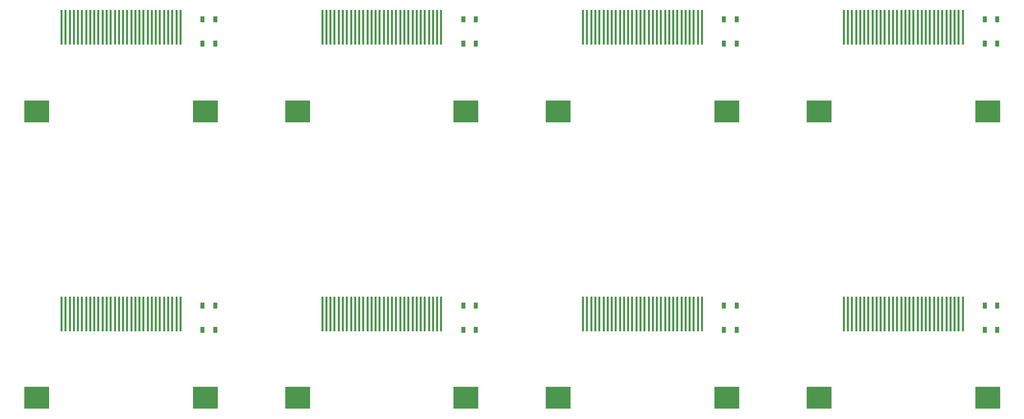
<source format=gbr>
%TF.GenerationSoftware,KiCad,Pcbnew,9.0.2*%
%TF.CreationDate,2025-05-28T15:12:05+01:00*%
%TF.ProjectId,Bongo-Cat-Fidget-Toy,426f6e67-6f2d-4436-9174-2d4669646765,rev?*%
%TF.SameCoordinates,Original*%
%TF.FileFunction,Paste,Bot*%
%TF.FilePolarity,Positive*%
%FSLAX46Y46*%
G04 Gerber Fmt 4.6, Leading zero omitted, Abs format (unit mm)*
G04 Created by KiCad (PCBNEW 9.0.2) date 2025-05-28 15:12:05*
%MOMM*%
%LPD*%
G01*
G04 APERTURE LIST*
G04 Aperture macros list*
%AMRoundRect*
0 Rectangle with rounded corners*
0 $1 Rounding radius*
0 $2 $3 $4 $5 $6 $7 $8 $9 X,Y pos of 4 corners*
0 Add a 4 corners polygon primitive as box body*
4,1,4,$2,$3,$4,$5,$6,$7,$8,$9,$2,$3,0*
0 Add four circle primitives for the rounded corners*
1,1,$1+$1,$2,$3*
1,1,$1+$1,$4,$5*
1,1,$1+$1,$6,$7*
1,1,$1+$1,$8,$9*
0 Add four rect primitives between the rounded corners*
20,1,$1+$1,$2,$3,$4,$5,0*
20,1,$1+$1,$4,$5,$6,$7,0*
20,1,$1+$1,$6,$7,$8,$9,0*
20,1,$1+$1,$8,$9,$2,$3,0*%
G04 Aperture macros list end*
%ADD10RoundRect,0.100000X0.100000X-2.900000X0.100000X2.900000X-0.100000X2.900000X-0.100000X-2.900000X0*%
%ADD11R,0.650000X1.050000*%
%ADD12R,4.200000X3.800000*%
G04 APERTURE END LIST*
D10*
%TO.C,J1*%
X225400000Y-84000500D03*
X224700000Y-84000500D03*
X224000000Y-84000500D03*
X223300000Y-84000500D03*
X222600000Y-84000500D03*
X221900000Y-84000500D03*
X221200000Y-84000500D03*
X220500000Y-84000500D03*
X219800000Y-84000500D03*
X219100000Y-84000500D03*
X218400000Y-84000500D03*
X217700000Y-84000500D03*
X217000000Y-84000500D03*
X216300000Y-84000500D03*
X215600000Y-84000500D03*
X214900000Y-84000500D03*
X214200000Y-84000500D03*
X213500000Y-84000500D03*
X212800000Y-84000500D03*
X212100000Y-84000500D03*
X211400000Y-84000500D03*
X210700000Y-84000500D03*
X210000000Y-84000500D03*
X209300000Y-84000500D03*
X208600000Y-84000500D03*
X207900000Y-84000500D03*
X207200000Y-84000500D03*
X206500000Y-84000500D03*
X205800000Y-84000500D03*
X205100000Y-84000500D03*
%TD*%
D11*
%TO.C,SW3*%
X231315000Y-86775349D03*
X231315000Y-82625349D03*
X229165000Y-86775349D03*
X229165000Y-82625349D03*
%TD*%
D12*
%TO.C,BT1*%
X200860000Y-98370500D03*
X229640000Y-98370500D03*
%TD*%
%TO.C,BT1*%
X111860000Y-98370500D03*
X140640000Y-98370500D03*
%TD*%
%TO.C,BT1*%
X111860000Y-49370500D03*
X140640000Y-49370500D03*
%TD*%
D10*
%TO.C,J1*%
X225400000Y-35000500D03*
X224700000Y-35000500D03*
X224000000Y-35000500D03*
X223300000Y-35000500D03*
X222600000Y-35000500D03*
X221900000Y-35000500D03*
X221200000Y-35000500D03*
X220500000Y-35000500D03*
X219800000Y-35000500D03*
X219100000Y-35000500D03*
X218400000Y-35000500D03*
X217700000Y-35000500D03*
X217000000Y-35000500D03*
X216300000Y-35000500D03*
X215600000Y-35000500D03*
X214900000Y-35000500D03*
X214200000Y-35000500D03*
X213500000Y-35000500D03*
X212800000Y-35000500D03*
X212100000Y-35000500D03*
X211400000Y-35000500D03*
X210700000Y-35000500D03*
X210000000Y-35000500D03*
X209300000Y-35000500D03*
X208600000Y-35000500D03*
X207900000Y-35000500D03*
X207200000Y-35000500D03*
X206500000Y-35000500D03*
X205800000Y-35000500D03*
X205100000Y-35000500D03*
%TD*%
%TO.C,J1*%
X91900000Y-35000500D03*
X91200000Y-35000500D03*
X90500000Y-35000500D03*
X89800000Y-35000500D03*
X89100000Y-35000500D03*
X88400000Y-35000500D03*
X87700000Y-35000500D03*
X87000000Y-35000500D03*
X86300000Y-35000500D03*
X85600000Y-35000500D03*
X84900000Y-35000500D03*
X84200000Y-35000500D03*
X83500000Y-35000500D03*
X82800000Y-35000500D03*
X82100000Y-35000500D03*
X81400000Y-35000500D03*
X80700000Y-35000500D03*
X80000000Y-35000500D03*
X79300000Y-35000500D03*
X78600000Y-35000500D03*
X77900000Y-35000500D03*
X77200000Y-35000500D03*
X76500000Y-35000500D03*
X75800000Y-35000500D03*
X75100000Y-35000500D03*
X74400000Y-35000500D03*
X73700000Y-35000500D03*
X73000000Y-35000500D03*
X72300000Y-35000500D03*
X71600000Y-35000500D03*
%TD*%
D11*
%TO.C,SW3*%
X97815000Y-86775349D03*
X97815000Y-82625349D03*
X95665000Y-86775349D03*
X95665000Y-82625349D03*
%TD*%
D12*
%TO.C,BT1*%
X200860000Y-49370500D03*
X229640000Y-49370500D03*
%TD*%
%TO.C,BT1*%
X67360000Y-49370500D03*
X96140000Y-49370500D03*
%TD*%
D10*
%TO.C,J1*%
X180900000Y-35000500D03*
X180200000Y-35000500D03*
X179500000Y-35000500D03*
X178800000Y-35000500D03*
X178100000Y-35000500D03*
X177400000Y-35000500D03*
X176700000Y-35000500D03*
X176000000Y-35000500D03*
X175300000Y-35000500D03*
X174600000Y-35000500D03*
X173900000Y-35000500D03*
X173200000Y-35000500D03*
X172500000Y-35000500D03*
X171800000Y-35000500D03*
X171100000Y-35000500D03*
X170400000Y-35000500D03*
X169700000Y-35000500D03*
X169000000Y-35000500D03*
X168300000Y-35000500D03*
X167600000Y-35000500D03*
X166900000Y-35000500D03*
X166200000Y-35000500D03*
X165500000Y-35000500D03*
X164800000Y-35000500D03*
X164100000Y-35000500D03*
X163400000Y-35000500D03*
X162700000Y-35000500D03*
X162000000Y-35000500D03*
X161300000Y-35000500D03*
X160600000Y-35000500D03*
%TD*%
D12*
%TO.C,BT1*%
X67360000Y-98370500D03*
X96140000Y-98370500D03*
%TD*%
D11*
%TO.C,SW3*%
X97815000Y-37775349D03*
X97815000Y-33625349D03*
X95665000Y-37775349D03*
X95665000Y-33625349D03*
%TD*%
D10*
%TO.C,J1*%
X180900000Y-84000500D03*
X180200000Y-84000500D03*
X179500000Y-84000500D03*
X178800000Y-84000500D03*
X178100000Y-84000500D03*
X177400000Y-84000500D03*
X176700000Y-84000500D03*
X176000000Y-84000500D03*
X175300000Y-84000500D03*
X174600000Y-84000500D03*
X173900000Y-84000500D03*
X173200000Y-84000500D03*
X172500000Y-84000500D03*
X171800000Y-84000500D03*
X171100000Y-84000500D03*
X170400000Y-84000500D03*
X169700000Y-84000500D03*
X169000000Y-84000500D03*
X168300000Y-84000500D03*
X167600000Y-84000500D03*
X166900000Y-84000500D03*
X166200000Y-84000500D03*
X165500000Y-84000500D03*
X164800000Y-84000500D03*
X164100000Y-84000500D03*
X163400000Y-84000500D03*
X162700000Y-84000500D03*
X162000000Y-84000500D03*
X161300000Y-84000500D03*
X160600000Y-84000500D03*
%TD*%
D11*
%TO.C,SW3*%
X142315000Y-37775349D03*
X142315000Y-33625349D03*
X140165000Y-37775349D03*
X140165000Y-33625349D03*
%TD*%
D12*
%TO.C,BT1*%
X156360000Y-49370500D03*
X185140000Y-49370500D03*
%TD*%
D10*
%TO.C,J1*%
X91900000Y-84000500D03*
X91200000Y-84000500D03*
X90500000Y-84000500D03*
X89800000Y-84000500D03*
X89100000Y-84000500D03*
X88400000Y-84000500D03*
X87700000Y-84000500D03*
X87000000Y-84000500D03*
X86300000Y-84000500D03*
X85600000Y-84000500D03*
X84900000Y-84000500D03*
X84200000Y-84000500D03*
X83500000Y-84000500D03*
X82800000Y-84000500D03*
X82100000Y-84000500D03*
X81400000Y-84000500D03*
X80700000Y-84000500D03*
X80000000Y-84000500D03*
X79300000Y-84000500D03*
X78600000Y-84000500D03*
X77900000Y-84000500D03*
X77200000Y-84000500D03*
X76500000Y-84000500D03*
X75800000Y-84000500D03*
X75100000Y-84000500D03*
X74400000Y-84000500D03*
X73700000Y-84000500D03*
X73000000Y-84000500D03*
X72300000Y-84000500D03*
X71600000Y-84000500D03*
%TD*%
D11*
%TO.C,SW3*%
X186815000Y-86775349D03*
X186815000Y-82625349D03*
X184665000Y-86775349D03*
X184665000Y-82625349D03*
%TD*%
D10*
%TO.C,J1*%
X136400000Y-84000500D03*
X135700000Y-84000500D03*
X135000000Y-84000500D03*
X134300000Y-84000500D03*
X133600000Y-84000500D03*
X132900000Y-84000500D03*
X132200000Y-84000500D03*
X131500000Y-84000500D03*
X130800000Y-84000500D03*
X130100000Y-84000500D03*
X129400000Y-84000500D03*
X128700000Y-84000500D03*
X128000000Y-84000500D03*
X127300000Y-84000500D03*
X126600000Y-84000500D03*
X125900000Y-84000500D03*
X125200000Y-84000500D03*
X124500000Y-84000500D03*
X123800000Y-84000500D03*
X123100000Y-84000500D03*
X122400000Y-84000500D03*
X121700000Y-84000500D03*
X121000000Y-84000500D03*
X120300000Y-84000500D03*
X119600000Y-84000500D03*
X118900000Y-84000500D03*
X118200000Y-84000500D03*
X117500000Y-84000500D03*
X116800000Y-84000500D03*
X116100000Y-84000500D03*
%TD*%
D12*
%TO.C,BT1*%
X156360000Y-98370500D03*
X185140000Y-98370500D03*
%TD*%
D11*
%TO.C,SW3*%
X142315000Y-86775349D03*
X142315000Y-82625349D03*
X140165000Y-86775349D03*
X140165000Y-82625349D03*
%TD*%
%TO.C,SW3*%
X186815000Y-37775349D03*
X186815000Y-33625349D03*
X184665000Y-37775349D03*
X184665000Y-33625349D03*
%TD*%
D10*
%TO.C,J1*%
X136400000Y-35000500D03*
X135700000Y-35000500D03*
X135000000Y-35000500D03*
X134300000Y-35000500D03*
X133600000Y-35000500D03*
X132900000Y-35000500D03*
X132200000Y-35000500D03*
X131500000Y-35000500D03*
X130800000Y-35000500D03*
X130100000Y-35000500D03*
X129400000Y-35000500D03*
X128700000Y-35000500D03*
X128000000Y-35000500D03*
X127300000Y-35000500D03*
X126600000Y-35000500D03*
X125900000Y-35000500D03*
X125200000Y-35000500D03*
X124500000Y-35000500D03*
X123800000Y-35000500D03*
X123100000Y-35000500D03*
X122400000Y-35000500D03*
X121700000Y-35000500D03*
X121000000Y-35000500D03*
X120300000Y-35000500D03*
X119600000Y-35000500D03*
X118900000Y-35000500D03*
X118200000Y-35000500D03*
X117500000Y-35000500D03*
X116800000Y-35000500D03*
X116100000Y-35000500D03*
%TD*%
D11*
%TO.C,SW3*%
X231315000Y-37775349D03*
X231315000Y-33625349D03*
X229165000Y-37775349D03*
X229165000Y-33625349D03*
%TD*%
M02*

</source>
